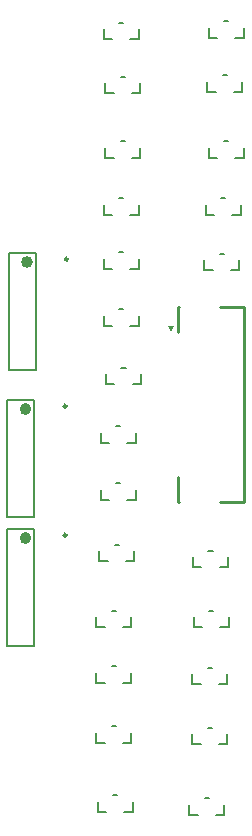
<source format=gbr>
G04*
G04 #@! TF.GenerationSoftware,Altium Limited,Altium Designer,23.5.1 (21)*
G04*
G04 Layer_Color=32896*
%FSLAX25Y25*%
%MOIN*%
G70*
G04*
G04 #@! TF.SameCoordinates,62E66B6F-0332-4FDC-AC1A-6E2C05ECB38F*
G04*
G04*
G04 #@! TF.FilePolarity,Positive*
G04*
G01*
G75*
%ADD11C,0.00984*%
%ADD13C,0.01000*%
%ADD14C,0.00787*%
%ADD72C,0.01968*%
G36*
X543000Y612236D02*
X542000Y614236D01*
X544000D01*
X543000Y612236D01*
D01*
D02*
G37*
D11*
X508268Y544500D02*
G03*
X508268Y544500I-492J0D01*
G01*
Y587500D02*
G03*
X508268Y587500I-492J0D01*
G01*
X508768Y636500D02*
G03*
X508768Y636500I-492J0D01*
G01*
D13*
X559393Y620480D02*
X567514D01*
X545500Y612139D02*
Y620480D01*
X545761D01*
X559393Y555519D02*
X567514D01*
X545500Y555520D02*
Y563862D01*
Y555520D02*
X545761D01*
X567514Y555519D02*
Y620480D01*
D14*
X497522Y507512D02*
Y546488D01*
X488478Y507512D02*
X497522D01*
X488478D02*
Y546488D01*
X497522D01*
Y550512D02*
Y589488D01*
X488478Y550512D02*
X497522D01*
X488478D02*
Y589488D01*
X497522D01*
X498022Y599512D02*
Y638488D01*
X488978Y599512D02*
X498022D01*
X488978D02*
Y638488D01*
X498022D01*
X554311Y456756D02*
X555689D01*
X560906Y451244D02*
Y454689D01*
X549094Y451244D02*
X551949D01*
X558051D02*
X560906D01*
X549094D02*
Y454689D01*
X560311Y697756D02*
X561689D01*
X566905Y692244D02*
Y695689D01*
X555094Y692244D02*
X557949D01*
X564051D02*
X566905D01*
X555094D02*
Y695689D01*
X525811Y619756D02*
X527189D01*
X532406Y614244D02*
Y617689D01*
X520595Y614244D02*
X523449D01*
X529551D02*
X532406D01*
X520595D02*
Y617689D01*
X526311Y697256D02*
X527689D01*
X532905Y691744D02*
Y695189D01*
X521095Y691744D02*
X523949D01*
X530051D02*
X532905D01*
X521095D02*
Y695189D01*
X555571Y539319D02*
X556949D01*
X562165Y533807D02*
Y537252D01*
X550354Y533807D02*
X553209D01*
X559311D02*
X562165D01*
X550354D02*
Y537252D01*
X523311Y500756D02*
X524689D01*
X529906Y495244D02*
Y498689D01*
X518094Y495244D02*
X520949D01*
X527051D02*
X529906D01*
X518094D02*
Y498689D01*
X524311Y541256D02*
X525689D01*
X530905Y535744D02*
Y539189D01*
X519095Y535744D02*
X521949D01*
X528051D02*
X530905D01*
X519095D02*
Y539189D01*
X523811Y457756D02*
X525189D01*
X530406Y452244D02*
Y455689D01*
X518595Y452244D02*
X521449D01*
X527551D02*
X530406D01*
X518595D02*
Y455689D01*
X555311Y500256D02*
X556689D01*
X561905Y494744D02*
Y498189D01*
X550095Y494744D02*
X552949D01*
X559051D02*
X561905D01*
X550095D02*
Y498189D01*
X526551Y600319D02*
X527929D01*
X533146Y594807D02*
Y598252D01*
X521335Y594807D02*
X524189D01*
X530291D02*
X533146D01*
X521335D02*
Y598252D01*
X559811Y656756D02*
X561189D01*
X566405Y651244D02*
Y654689D01*
X554595Y651244D02*
X557449D01*
X563551D02*
X566405D01*
X554595D02*
Y654689D01*
X525811Y656756D02*
X527189D01*
X532406Y651244D02*
Y654689D01*
X520595Y651244D02*
X523449D01*
X529551D02*
X532406D01*
X520595D02*
Y654689D01*
X555311Y480256D02*
X556689D01*
X561905Y474744D02*
Y478189D01*
X550095Y474744D02*
X552949D01*
X559051D02*
X561905D01*
X550095D02*
Y478189D01*
X560811Y715756D02*
X562189D01*
X567406Y710244D02*
Y713689D01*
X555594Y710244D02*
X558449D01*
X564551D02*
X567406D01*
X555594D02*
Y713689D01*
X526311Y675756D02*
X527689D01*
X532905Y670244D02*
Y673689D01*
X521095Y670244D02*
X523949D01*
X530051D02*
X532905D01*
X521095D02*
Y673689D01*
X524811Y561756D02*
X526189D01*
X531405Y556244D02*
Y559689D01*
X519594Y556244D02*
X522449D01*
X528551D02*
X531405D01*
X519594D02*
Y559689D01*
X559311Y638256D02*
X560689D01*
X565906Y632744D02*
Y636189D01*
X554095Y632744D02*
X556949D01*
X563051D02*
X565906D01*
X554095D02*
Y636189D01*
X555811Y519256D02*
X557189D01*
X562405Y513744D02*
Y517189D01*
X550595Y513744D02*
X553449D01*
X559551D02*
X562405D01*
X550595D02*
Y517189D01*
X523311Y519256D02*
X524689D01*
X529906Y513744D02*
Y517189D01*
X518094Y513744D02*
X520949D01*
X527051D02*
X529906D01*
X518094D02*
Y517189D01*
X524811Y580756D02*
X526189D01*
X531405Y575244D02*
Y578689D01*
X519594Y575244D02*
X522449D01*
X528551D02*
X531405D01*
X519594D02*
Y578689D01*
X560811Y675756D02*
X562189D01*
X567406Y670244D02*
Y673689D01*
X555594Y670244D02*
X558449D01*
X564551D02*
X567406D01*
X555594D02*
Y673689D01*
X525811Y638756D02*
X527189D01*
X532406Y633244D02*
Y636689D01*
X520595Y633244D02*
X523449D01*
X529551D02*
X532406D01*
X520595D02*
Y636689D01*
X523311Y480756D02*
X524689D01*
X529906Y475244D02*
Y478689D01*
X518094Y475244D02*
X520949D01*
X527051D02*
X529906D01*
X518094D02*
Y478689D01*
X525811Y715256D02*
X527189D01*
X532406Y709744D02*
Y713189D01*
X520595Y709744D02*
X523449D01*
X529551D02*
X532406D01*
X520595D02*
Y713189D01*
D72*
X495554Y543535D02*
G03*
X495554Y543535I-984J0D01*
G01*
Y586535D02*
G03*
X495554Y586535I-984J0D01*
G01*
X496054Y635535D02*
G03*
X496054Y635535I-984J0D01*
G01*
M02*

</source>
